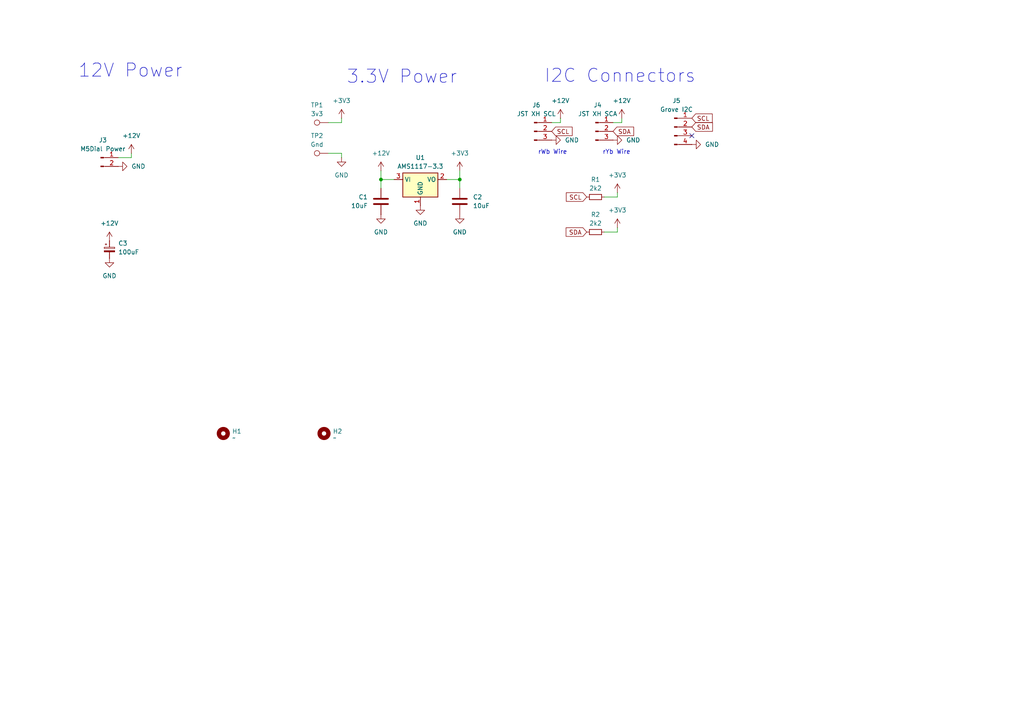
<source format=kicad_sch>
(kicad_sch
	(version 20231120)
	(generator "eeschema")
	(generator_version "8.0")
	(uuid "1ea1995f-8644-42ca-972e-790026be98f5")
	(paper "A4")
	(lib_symbols
		(symbol "Connector:Conn_01x02_Pin"
			(pin_names
				(offset 1.016) hide)
			(exclude_from_sim no)
			(in_bom yes)
			(on_board yes)
			(property "Reference" "J"
				(at 0 2.54 0)
				(effects
					(font
						(size 1.27 1.27)
					)
				)
			)
			(property "Value" "Conn_01x02_Pin"
				(at 0 -5.08 0)
				(effects
					(font
						(size 1.27 1.27)
					)
				)
			)
			(property "Footprint" ""
				(at 0 0 0)
				(effects
					(font
						(size 1.27 1.27)
					)
					(hide yes)
				)
			)
			(property "Datasheet" "~"
				(at 0 0 0)
				(effects
					(font
						(size 1.27 1.27)
					)
					(hide yes)
				)
			)
			(property "Description" "Generic connector, single row, 01x02, script generated"
				(at 0 0 0)
				(effects
					(font
						(size 1.27 1.27)
					)
					(hide yes)
				)
			)
			(property "ki_locked" ""
				(at 0 0 0)
				(effects
					(font
						(size 1.27 1.27)
					)
				)
			)
			(property "ki_keywords" "connector"
				(at 0 0 0)
				(effects
					(font
						(size 1.27 1.27)
					)
					(hide yes)
				)
			)
			(property "ki_fp_filters" "Connector*:*_1x??_*"
				(at 0 0 0)
				(effects
					(font
						(size 1.27 1.27)
					)
					(hide yes)
				)
			)
			(symbol "Conn_01x02_Pin_1_1"
				(polyline
					(pts
						(xy 1.27 -2.54) (xy 0.8636 -2.54)
					)
					(stroke
						(width 0.1524)
						(type default)
					)
					(fill
						(type none)
					)
				)
				(polyline
					(pts
						(xy 1.27 0) (xy 0.8636 0)
					)
					(stroke
						(width 0.1524)
						(type default)
					)
					(fill
						(type none)
					)
				)
				(rectangle
					(start 0.8636 -2.413)
					(end 0 -2.667)
					(stroke
						(width 0.1524)
						(type default)
					)
					(fill
						(type outline)
					)
				)
				(rectangle
					(start 0.8636 0.127)
					(end 0 -0.127)
					(stroke
						(width 0.1524)
						(type default)
					)
					(fill
						(type outline)
					)
				)
				(pin passive line
					(at 5.08 0 180)
					(length 3.81)
					(name "Pin_1"
						(effects
							(font
								(size 1.27 1.27)
							)
						)
					)
					(number "1"
						(effects
							(font
								(size 1.27 1.27)
							)
						)
					)
				)
				(pin passive line
					(at 5.08 -2.54 180)
					(length 3.81)
					(name "Pin_2"
						(effects
							(font
								(size 1.27 1.27)
							)
						)
					)
					(number "2"
						(effects
							(font
								(size 1.27 1.27)
							)
						)
					)
				)
			)
		)
		(symbol "Connector:Conn_01x03_Pin"
			(pin_names
				(offset 1.016) hide)
			(exclude_from_sim no)
			(in_bom yes)
			(on_board yes)
			(property "Reference" "J"
				(at 0 5.08 0)
				(effects
					(font
						(size 1.27 1.27)
					)
				)
			)
			(property "Value" "Conn_01x03_Pin"
				(at 0 -5.08 0)
				(effects
					(font
						(size 1.27 1.27)
					)
				)
			)
			(property "Footprint" ""
				(at 0 0 0)
				(effects
					(font
						(size 1.27 1.27)
					)
					(hide yes)
				)
			)
			(property "Datasheet" "~"
				(at 0 0 0)
				(effects
					(font
						(size 1.27 1.27)
					)
					(hide yes)
				)
			)
			(property "Description" "Generic connector, single row, 01x03, script generated"
				(at 0 0 0)
				(effects
					(font
						(size 1.27 1.27)
					)
					(hide yes)
				)
			)
			(property "ki_locked" ""
				(at 0 0 0)
				(effects
					(font
						(size 1.27 1.27)
					)
				)
			)
			(property "ki_keywords" "connector"
				(at 0 0 0)
				(effects
					(font
						(size 1.27 1.27)
					)
					(hide yes)
				)
			)
			(property "ki_fp_filters" "Connector*:*_1x??_*"
				(at 0 0 0)
				(effects
					(font
						(size 1.27 1.27)
					)
					(hide yes)
				)
			)
			(symbol "Conn_01x03_Pin_1_1"
				(polyline
					(pts
						(xy 1.27 -2.54) (xy 0.8636 -2.54)
					)
					(stroke
						(width 0.1524)
						(type default)
					)
					(fill
						(type none)
					)
				)
				(polyline
					(pts
						(xy 1.27 0) (xy 0.8636 0)
					)
					(stroke
						(width 0.1524)
						(type default)
					)
					(fill
						(type none)
					)
				)
				(polyline
					(pts
						(xy 1.27 2.54) (xy 0.8636 2.54)
					)
					(stroke
						(width 0.1524)
						(type default)
					)
					(fill
						(type none)
					)
				)
				(rectangle
					(start 0.8636 -2.413)
					(end 0 -2.667)
					(stroke
						(width 0.1524)
						(type default)
					)
					(fill
						(type outline)
					)
				)
				(rectangle
					(start 0.8636 0.127)
					(end 0 -0.127)
					(stroke
						(width 0.1524)
						(type default)
					)
					(fill
						(type outline)
					)
				)
				(rectangle
					(start 0.8636 2.667)
					(end 0 2.413)
					(stroke
						(width 0.1524)
						(type default)
					)
					(fill
						(type outline)
					)
				)
				(pin passive line
					(at 5.08 2.54 180)
					(length 3.81)
					(name "Pin_1"
						(effects
							(font
								(size 1.27 1.27)
							)
						)
					)
					(number "1"
						(effects
							(font
								(size 1.27 1.27)
							)
						)
					)
				)
				(pin passive line
					(at 5.08 0 180)
					(length 3.81)
					(name "Pin_2"
						(effects
							(font
								(size 1.27 1.27)
							)
						)
					)
					(number "2"
						(effects
							(font
								(size 1.27 1.27)
							)
						)
					)
				)
				(pin passive line
					(at 5.08 -2.54 180)
					(length 3.81)
					(name "Pin_3"
						(effects
							(font
								(size 1.27 1.27)
							)
						)
					)
					(number "3"
						(effects
							(font
								(size 1.27 1.27)
							)
						)
					)
				)
			)
		)
		(symbol "Connector:Conn_01x04_Pin"
			(pin_names
				(offset 1.016) hide)
			(exclude_from_sim no)
			(in_bom yes)
			(on_board yes)
			(property "Reference" "J"
				(at 0 5.08 0)
				(effects
					(font
						(size 1.27 1.27)
					)
				)
			)
			(property "Value" "Conn_01x04_Pin"
				(at 0 -7.62 0)
				(effects
					(font
						(size 1.27 1.27)
					)
				)
			)
			(property "Footprint" ""
				(at 0 0 0)
				(effects
					(font
						(size 1.27 1.27)
					)
					(hide yes)
				)
			)
			(property "Datasheet" "~"
				(at 0 0 0)
				(effects
					(font
						(size 1.27 1.27)
					)
					(hide yes)
				)
			)
			(property "Description" "Generic connector, single row, 01x04, script generated"
				(at 0 0 0)
				(effects
					(font
						(size 1.27 1.27)
					)
					(hide yes)
				)
			)
			(property "ki_locked" ""
				(at 0 0 0)
				(effects
					(font
						(size 1.27 1.27)
					)
				)
			)
			(property "ki_keywords" "connector"
				(at 0 0 0)
				(effects
					(font
						(size 1.27 1.27)
					)
					(hide yes)
				)
			)
			(property "ki_fp_filters" "Connector*:*_1x??_*"
				(at 0 0 0)
				(effects
					(font
						(size 1.27 1.27)
					)
					(hide yes)
				)
			)
			(symbol "Conn_01x04_Pin_1_1"
				(polyline
					(pts
						(xy 1.27 -5.08) (xy 0.8636 -5.08)
					)
					(stroke
						(width 0.1524)
						(type default)
					)
					(fill
						(type none)
					)
				)
				(polyline
					(pts
						(xy 1.27 -2.54) (xy 0.8636 -2.54)
					)
					(stroke
						(width 0.1524)
						(type default)
					)
					(fill
						(type none)
					)
				)
				(polyline
					(pts
						(xy 1.27 0) (xy 0.8636 0)
					)
					(stroke
						(width 0.1524)
						(type default)
					)
					(fill
						(type none)
					)
				)
				(polyline
					(pts
						(xy 1.27 2.54) (xy 0.8636 2.54)
					)
					(stroke
						(width 0.1524)
						(type default)
					)
					(fill
						(type none)
					)
				)
				(rectangle
					(start 0.8636 -4.953)
					(end 0 -5.207)
					(stroke
						(width 0.1524)
						(type default)
					)
					(fill
						(type outline)
					)
				)
				(rectangle
					(start 0.8636 -2.413)
					(end 0 -2.667)
					(stroke
						(width 0.1524)
						(type default)
					)
					(fill
						(type outline)
					)
				)
				(rectangle
					(start 0.8636 0.127)
					(end 0 -0.127)
					(stroke
						(width 0.1524)
						(type default)
					)
					(fill
						(type outline)
					)
				)
				(rectangle
					(start 0.8636 2.667)
					(end 0 2.413)
					(stroke
						(width 0.1524)
						(type default)
					)
					(fill
						(type outline)
					)
				)
				(pin passive line
					(at 5.08 2.54 180)
					(length 3.81)
					(name "Pin_1"
						(effects
							(font
								(size 1.27 1.27)
							)
						)
					)
					(number "1"
						(effects
							(font
								(size 1.27 1.27)
							)
						)
					)
				)
				(pin passive line
					(at 5.08 0 180)
					(length 3.81)
					(name "Pin_2"
						(effects
							(font
								(size 1.27 1.27)
							)
						)
					)
					(number "2"
						(effects
							(font
								(size 1.27 1.27)
							)
						)
					)
				)
				(pin passive line
					(at 5.08 -2.54 180)
					(length 3.81)
					(name "Pin_3"
						(effects
							(font
								(size 1.27 1.27)
							)
						)
					)
					(number "3"
						(effects
							(font
								(size 1.27 1.27)
							)
						)
					)
				)
				(pin passive line
					(at 5.08 -5.08 180)
					(length 3.81)
					(name "Pin_4"
						(effects
							(font
								(size 1.27 1.27)
							)
						)
					)
					(number "4"
						(effects
							(font
								(size 1.27 1.27)
							)
						)
					)
				)
			)
		)
		(symbol "Connector:TestPoint"
			(pin_numbers hide)
			(pin_names
				(offset 0.762) hide)
			(exclude_from_sim no)
			(in_bom yes)
			(on_board yes)
			(property "Reference" "TP"
				(at 0 6.858 0)
				(effects
					(font
						(size 1.27 1.27)
					)
				)
			)
			(property "Value" "TestPoint"
				(at 0 5.08 0)
				(effects
					(font
						(size 1.27 1.27)
					)
				)
			)
			(property "Footprint" ""
				(at 5.08 0 0)
				(effects
					(font
						(size 1.27 1.27)
					)
					(hide yes)
				)
			)
			(property "Datasheet" "~"
				(at 5.08 0 0)
				(effects
					(font
						(size 1.27 1.27)
					)
					(hide yes)
				)
			)
			(property "Description" "test point"
				(at 0 0 0)
				(effects
					(font
						(size 1.27 1.27)
					)
					(hide yes)
				)
			)
			(property "ki_keywords" "test point tp"
				(at 0 0 0)
				(effects
					(font
						(size 1.27 1.27)
					)
					(hide yes)
				)
			)
			(property "ki_fp_filters" "Pin* Test*"
				(at 0 0 0)
				(effects
					(font
						(size 1.27 1.27)
					)
					(hide yes)
				)
			)
			(symbol "TestPoint_0_1"
				(circle
					(center 0 3.302)
					(radius 0.762)
					(stroke
						(width 0)
						(type default)
					)
					(fill
						(type none)
					)
				)
			)
			(symbol "TestPoint_1_1"
				(pin passive line
					(at 0 0 90)
					(length 2.54)
					(name "1"
						(effects
							(font
								(size 1.27 1.27)
							)
						)
					)
					(number "1"
						(effects
							(font
								(size 1.27 1.27)
							)
						)
					)
				)
			)
		)
		(symbol "Device:C"
			(pin_numbers hide)
			(pin_names
				(offset 0.254)
			)
			(exclude_from_sim no)
			(in_bom yes)
			(on_board yes)
			(property "Reference" "C"
				(at 0.635 2.54 0)
				(effects
					(font
						(size 1.27 1.27)
					)
					(justify left)
				)
			)
			(property "Value" "C"
				(at 0.635 -2.54 0)
				(effects
					(font
						(size 1.27 1.27)
					)
					(justify left)
				)
			)
			(property "Footprint" ""
				(at 0.9652 -3.81 0)
				(effects
					(font
						(size 1.27 1.27)
					)
					(hide yes)
				)
			)
			(property "Datasheet" "~"
				(at 0 0 0)
				(effects
					(font
						(size 1.27 1.27)
					)
					(hide yes)
				)
			)
			(property "Description" "Unpolarized capacitor"
				(at 0 0 0)
				(effects
					(font
						(size 1.27 1.27)
					)
					(hide yes)
				)
			)
			(property "ki_keywords" "cap capacitor"
				(at 0 0 0)
				(effects
					(font
						(size 1.27 1.27)
					)
					(hide yes)
				)
			)
			(property "ki_fp_filters" "C_*"
				(at 0 0 0)
				(effects
					(font
						(size 1.27 1.27)
					)
					(hide yes)
				)
			)
			(symbol "C_0_1"
				(polyline
					(pts
						(xy -2.032 -0.762) (xy 2.032 -0.762)
					)
					(stroke
						(width 0.508)
						(type default)
					)
					(fill
						(type none)
					)
				)
				(polyline
					(pts
						(xy -2.032 0.762) (xy 2.032 0.762)
					)
					(stroke
						(width 0.508)
						(type default)
					)
					(fill
						(type none)
					)
				)
			)
			(symbol "C_1_1"
				(pin passive line
					(at 0 3.81 270)
					(length 2.794)
					(name "~"
						(effects
							(font
								(size 1.27 1.27)
							)
						)
					)
					(number "1"
						(effects
							(font
								(size 1.27 1.27)
							)
						)
					)
				)
				(pin passive line
					(at 0 -3.81 90)
					(length 2.794)
					(name "~"
						(effects
							(font
								(size 1.27 1.27)
							)
						)
					)
					(number "2"
						(effects
							(font
								(size 1.27 1.27)
							)
						)
					)
				)
			)
		)
		(symbol "Device:C_Polarized_Small"
			(pin_numbers hide)
			(pin_names
				(offset 0.254) hide)
			(exclude_from_sim no)
			(in_bom yes)
			(on_board yes)
			(property "Reference" "C"
				(at 0.254 1.778 0)
				(effects
					(font
						(size 1.27 1.27)
					)
					(justify left)
				)
			)
			(property "Value" "C_Polarized_Small"
				(at 0.254 -2.032 0)
				(effects
					(font
						(size 1.27 1.27)
					)
					(justify left)
				)
			)
			(property "Footprint" ""
				(at 0 0 0)
				(effects
					(font
						(size 1.27 1.27)
					)
					(hide yes)
				)
			)
			(property "Datasheet" "~"
				(at 0 0 0)
				(effects
					(font
						(size 1.27 1.27)
					)
					(hide yes)
				)
			)
			(property "Description" "Polarized capacitor, small symbol"
				(at 0 0 0)
				(effects
					(font
						(size 1.27 1.27)
					)
					(hide yes)
				)
			)
			(property "ki_keywords" "cap capacitor"
				(at 0 0 0)
				(effects
					(font
						(size 1.27 1.27)
					)
					(hide yes)
				)
			)
			(property "ki_fp_filters" "CP_*"
				(at 0 0 0)
				(effects
					(font
						(size 1.27 1.27)
					)
					(hide yes)
				)
			)
			(symbol "C_Polarized_Small_0_1"
				(rectangle
					(start -1.524 -0.3048)
					(end 1.524 -0.6858)
					(stroke
						(width 0)
						(type default)
					)
					(fill
						(type outline)
					)
				)
				(rectangle
					(start -1.524 0.6858)
					(end 1.524 0.3048)
					(stroke
						(width 0)
						(type default)
					)
					(fill
						(type none)
					)
				)
				(polyline
					(pts
						(xy -1.27 1.524) (xy -0.762 1.524)
					)
					(stroke
						(width 0)
						(type default)
					)
					(fill
						(type none)
					)
				)
				(polyline
					(pts
						(xy -1.016 1.27) (xy -1.016 1.778)
					)
					(stroke
						(width 0)
						(type default)
					)
					(fill
						(type none)
					)
				)
			)
			(symbol "C_Polarized_Small_1_1"
				(pin passive line
					(at 0 2.54 270)
					(length 1.8542)
					(name "~"
						(effects
							(font
								(size 1.27 1.27)
							)
						)
					)
					(number "1"
						(effects
							(font
								(size 1.27 1.27)
							)
						)
					)
				)
				(pin passive line
					(at 0 -2.54 90)
					(length 1.8542)
					(name "~"
						(effects
							(font
								(size 1.27 1.27)
							)
						)
					)
					(number "2"
						(effects
							(font
								(size 1.27 1.27)
							)
						)
					)
				)
			)
		)
		(symbol "Device:R_Small"
			(pin_numbers hide)
			(pin_names
				(offset 0.254) hide)
			(exclude_from_sim no)
			(in_bom yes)
			(on_board yes)
			(property "Reference" "R"
				(at 0.762 0.508 0)
				(effects
					(font
						(size 1.27 1.27)
					)
					(justify left)
				)
			)
			(property "Value" "R_Small"
				(at 0.762 -1.016 0)
				(effects
					(font
						(size 1.27 1.27)
					)
					(justify left)
				)
			)
			(property "Footprint" ""
				(at 0 0 0)
				(effects
					(font
						(size 1.27 1.27)
					)
					(hide yes)
				)
			)
			(property "Datasheet" "~"
				(at 0 0 0)
				(effects
					(font
						(size 1.27 1.27)
					)
					(hide yes)
				)
			)
			(property "Description" "Resistor, small symbol"
				(at 0 0 0)
				(effects
					(font
						(size 1.27 1.27)
					)
					(hide yes)
				)
			)
			(property "ki_keywords" "R resistor"
				(at 0 0 0)
				(effects
					(font
						(size 1.27 1.27)
					)
					(hide yes)
				)
			)
			(property "ki_fp_filters" "R_*"
				(at 0 0 0)
				(effects
					(font
						(size 1.27 1.27)
					)
					(hide yes)
				)
			)
			(symbol "R_Small_0_1"
				(rectangle
					(start -0.762 1.778)
					(end 0.762 -1.778)
					(stroke
						(width 0.2032)
						(type default)
					)
					(fill
						(type none)
					)
				)
			)
			(symbol "R_Small_1_1"
				(pin passive line
					(at 0 2.54 270)
					(length 0.762)
					(name "~"
						(effects
							(font
								(size 1.27 1.27)
							)
						)
					)
					(number "1"
						(effects
							(font
								(size 1.27 1.27)
							)
						)
					)
				)
				(pin passive line
					(at 0 -2.54 90)
					(length 0.762)
					(name "~"
						(effects
							(font
								(size 1.27 1.27)
							)
						)
					)
					(number "2"
						(effects
							(font
								(size 1.27 1.27)
							)
						)
					)
				)
			)
		)
		(symbol "Mechanical:MountingHole"
			(pin_names
				(offset 1.016)
			)
			(exclude_from_sim yes)
			(in_bom no)
			(on_board yes)
			(property "Reference" "H"
				(at 0 5.08 0)
				(effects
					(font
						(size 1.27 1.27)
					)
				)
			)
			(property "Value" "MountingHole"
				(at 0 3.175 0)
				(effects
					(font
						(size 1.27 1.27)
					)
				)
			)
			(property "Footprint" ""
				(at 0 0 0)
				(effects
					(font
						(size 1.27 1.27)
					)
					(hide yes)
				)
			)
			(property "Datasheet" "~"
				(at 0 0 0)
				(effects
					(font
						(size 1.27 1.27)
					)
					(hide yes)
				)
			)
			(property "Description" "Mounting Hole without connection"
				(at 0 0 0)
				(effects
					(font
						(size 1.27 1.27)
					)
					(hide yes)
				)
			)
			(property "ki_keywords" "mounting hole"
				(at 0 0 0)
				(effects
					(font
						(size 1.27 1.27)
					)
					(hide yes)
				)
			)
			(property "ki_fp_filters" "MountingHole*"
				(at 0 0 0)
				(effects
					(font
						(size 1.27 1.27)
					)
					(hide yes)
				)
			)
			(symbol "MountingHole_0_1"
				(circle
					(center 0 0)
					(radius 1.27)
					(stroke
						(width 1.27)
						(type default)
					)
					(fill
						(type none)
					)
				)
			)
		)
		(symbol "Regulator_Linear:AMS1117-3.3"
			(exclude_from_sim no)
			(in_bom yes)
			(on_board yes)
			(property "Reference" "U"
				(at -3.81 3.175 0)
				(effects
					(font
						(size 1.27 1.27)
					)
				)
			)
			(property "Value" "AMS1117-3.3"
				(at 0 3.175 0)
				(effects
					(font
						(size 1.27 1.27)
					)
					(justify left)
				)
			)
			(property "Footprint" "Package_TO_SOT_SMD:SOT-223-3_TabPin2"
				(at 0 5.08 0)
				(effects
					(font
						(size 1.27 1.27)
					)
					(hide yes)
				)
			)
			(property "Datasheet" "http://www.advanced-monolithic.com/pdf/ds1117.pdf"
				(at 2.54 -6.35 0)
				(effects
					(font
						(size 1.27 1.27)
					)
					(hide yes)
				)
			)
			(property "Description" "1A Low Dropout regulator, positive, 3.3V fixed output, SOT-223"
				(at 0 0 0)
				(effects
					(font
						(size 1.27 1.27)
					)
					(hide yes)
				)
			)
			(property "ki_keywords" "linear regulator ldo fixed positive"
				(at 0 0 0)
				(effects
					(font
						(size 1.27 1.27)
					)
					(hide yes)
				)
			)
			(property "ki_fp_filters" "SOT?223*TabPin2*"
				(at 0 0 0)
				(effects
					(font
						(size 1.27 1.27)
					)
					(hide yes)
				)
			)
			(symbol "AMS1117-3.3_0_1"
				(rectangle
					(start -5.08 -5.08)
					(end 5.08 1.905)
					(stroke
						(width 0.254)
						(type default)
					)
					(fill
						(type background)
					)
				)
			)
			(symbol "AMS1117-3.3_1_1"
				(pin power_in line
					(at 0 -7.62 90)
					(length 2.54)
					(name "GND"
						(effects
							(font
								(size 1.27 1.27)
							)
						)
					)
					(number "1"
						(effects
							(font
								(size 1.27 1.27)
							)
						)
					)
				)
				(pin power_out line
					(at 7.62 0 180)
					(length 2.54)
					(name "VO"
						(effects
							(font
								(size 1.27 1.27)
							)
						)
					)
					(number "2"
						(effects
							(font
								(size 1.27 1.27)
							)
						)
					)
				)
				(pin power_in line
					(at -7.62 0 0)
					(length 2.54)
					(name "VI"
						(effects
							(font
								(size 1.27 1.27)
							)
						)
					)
					(number "3"
						(effects
							(font
								(size 1.27 1.27)
							)
						)
					)
				)
			)
		)
		(symbol "power:+12V"
			(power)
			(pin_numbers hide)
			(pin_names
				(offset 0) hide)
			(exclude_from_sim no)
			(in_bom yes)
			(on_board yes)
			(property "Reference" "#PWR"
				(at 0 -3.81 0)
				(effects
					(font
						(size 1.27 1.27)
					)
					(hide yes)
				)
			)
			(property "Value" "+12V"
				(at 0 3.556 0)
				(effects
					(font
						(size 1.27 1.27)
					)
				)
			)
			(property "Footprint" ""
				(at 0 0 0)
				(effects
					(font
						(size 1.27 1.27)
					)
					(hide yes)
				)
			)
			(property "Datasheet" ""
				(at 0 0 0)
				(effects
					(font
						(size 1.27 1.27)
					)
					(hide yes)
				)
			)
			(property "Description" "Power symbol creates a global label with name \"+12V\""
				(at 0 0 0)
				(effects
					(font
						(size 1.27 1.27)
					)
					(hide yes)
				)
			)
			(property "ki_keywords" "global power"
				(at 0 0 0)
				(effects
					(font
						(size 1.27 1.27)
					)
					(hide yes)
				)
			)
			(symbol "+12V_0_1"
				(polyline
					(pts
						(xy -0.762 1.27) (xy 0 2.54)
					)
					(stroke
						(width 0)
						(type default)
					)
					(fill
						(type none)
					)
				)
				(polyline
					(pts
						(xy 0 0) (xy 0 2.54)
					)
					(stroke
						(width 0)
						(type default)
					)
					(fill
						(type none)
					)
				)
				(polyline
					(pts
						(xy 0 2.54) (xy 0.762 1.27)
					)
					(stroke
						(width 0)
						(type default)
					)
					(fill
						(type none)
					)
				)
			)
			(symbol "+12V_1_1"
				(pin power_in line
					(at 0 0 90)
					(length 0)
					(name "~"
						(effects
							(font
								(size 1.27 1.27)
							)
						)
					)
					(number "1"
						(effects
							(font
								(size 1.27 1.27)
							)
						)
					)
				)
			)
		)
		(symbol "power:+3V3"
			(power)
			(pin_numbers hide)
			(pin_names
				(offset 0) hide)
			(exclude_from_sim no)
			(in_bom yes)
			(on_board yes)
			(property "Reference" "#PWR"
				(at 0 -3.81 0)
				(effects
					(font
						(size 1.27 1.27)
					)
					(hide yes)
				)
			)
			(property "Value" "+3V3"
				(at 0 3.556 0)
				(effects
					(font
						(size 1.27 1.27)
					)
				)
			)
			(property "Footprint" ""
				(at 0 0 0)
				(effects
					(font
						(size 1.27 1.27)
					)
					(hide yes)
				)
			)
			(property "Datasheet" ""
				(at 0 0 0)
				(effects
					(font
						(size 1.27 1.27)
					)
					(hide yes)
				)
			)
			(property "Description" "Power symbol creates a global label with name \"+3V3\""
				(at 0 0 0)
				(effects
					(font
						(size 1.27 1.27)
					)
					(hide yes)
				)
			)
			(property "ki_keywords" "global power"
				(at 0 0 0)
				(effects
					(font
						(size 1.27 1.27)
					)
					(hide yes)
				)
			)
			(symbol "+3V3_0_1"
				(polyline
					(pts
						(xy -0.762 1.27) (xy 0 2.54)
					)
					(stroke
						(width 0)
						(type default)
					)
					(fill
						(type none)
					)
				)
				(polyline
					(pts
						(xy 0 0) (xy 0 2.54)
					)
					(stroke
						(width 0)
						(type default)
					)
					(fill
						(type none)
					)
				)
				(polyline
					(pts
						(xy 0 2.54) (xy 0.762 1.27)
					)
					(stroke
						(width 0)
						(type default)
					)
					(fill
						(type none)
					)
				)
			)
			(symbol "+3V3_1_1"
				(pin power_in line
					(at 0 0 90)
					(length 0)
					(name "~"
						(effects
							(font
								(size 1.27 1.27)
							)
						)
					)
					(number "1"
						(effects
							(font
								(size 1.27 1.27)
							)
						)
					)
				)
			)
		)
		(symbol "power:GND"
			(power)
			(pin_numbers hide)
			(pin_names
				(offset 0) hide)
			(exclude_from_sim no)
			(in_bom yes)
			(on_board yes)
			(property "Reference" "#PWR"
				(at 0 -6.35 0)
				(effects
					(font
						(size 1.27 1.27)
					)
					(hide yes)
				)
			)
			(property "Value" "GND"
				(at 0 -3.81 0)
				(effects
					(font
						(size 1.27 1.27)
					)
				)
			)
			(property "Footprint" ""
				(at 0 0 0)
				(effects
					(font
						(size 1.27 1.27)
					)
					(hide yes)
				)
			)
			(property "Datasheet" ""
				(at 0 0 0)
				(effects
					(font
						(size 1.27 1.27)
					)
					(hide yes)
				)
			)
			(property "Description" "Power symbol creates a global label with name \"GND\" , ground"
				(at 0 0 0)
				(effects
					(font
						(size 1.27 1.27)
					)
					(hide yes)
				)
			)
			(property "ki_keywords" "global power"
				(at 0 0 0)
				(effects
					(font
						(size 1.27 1.27)
					)
					(hide yes)
				)
			)
			(symbol "GND_0_1"
				(polyline
					(pts
						(xy 0 0) (xy 0 -1.27) (xy 1.27 -1.27) (xy 0 -2.54) (xy -1.27 -1.27) (xy 0 -1.27)
					)
					(stroke
						(width 0)
						(type default)
					)
					(fill
						(type none)
					)
				)
			)
			(symbol "GND_1_1"
				(pin power_in line
					(at 0 0 270)
					(length 0)
					(name "~"
						(effects
							(font
								(size 1.27 1.27)
							)
						)
					)
					(number "1"
						(effects
							(font
								(size 1.27 1.27)
							)
						)
					)
				)
			)
		)
	)
	(junction
		(at 110.49 52.07)
		(diameter 0)
		(color 0 0 0 0)
		(uuid "3ec08440-3967-426a-a7a8-078762e2b5ee")
	)
	(junction
		(at 133.35 52.07)
		(diameter 0)
		(color 0 0 0 0)
		(uuid "87e7179a-2f18-46e2-99ed-e26d6bc77a3e")
	)
	(no_connect
		(at 200.66 39.37)
		(uuid "682aaeb0-d0f7-4c58-ab03-796e24f92bf1")
	)
	(wire
		(pts
			(xy 133.35 52.07) (xy 133.35 54.61)
		)
		(stroke
			(width 0)
			(type default)
		)
		(uuid "03950ad1-798d-47f2-a121-32ee7aadcec4")
	)
	(wire
		(pts
			(xy 110.49 52.07) (xy 110.49 49.53)
		)
		(stroke
			(width 0)
			(type default)
		)
		(uuid "0d430236-b9cd-453b-b7eb-75e80511f1c3")
	)
	(wire
		(pts
			(xy 180.34 35.56) (xy 177.8 35.56)
		)
		(stroke
			(width 0)
			(type default)
		)
		(uuid "28fd303d-d076-46e4-85a6-cb64ce2491eb")
	)
	(wire
		(pts
			(xy 34.29 45.72) (xy 38.1 45.72)
		)
		(stroke
			(width 0)
			(type default)
		)
		(uuid "45c29131-ad50-4181-960a-4d161e40e2a6")
	)
	(wire
		(pts
			(xy 133.35 52.07) (xy 129.54 52.07)
		)
		(stroke
			(width 0)
			(type default)
		)
		(uuid "52c93bb8-caaf-4f7f-9148-08b3ca1fb88e")
	)
	(wire
		(pts
			(xy 99.06 34.29) (xy 99.06 35.56)
		)
		(stroke
			(width 0)
			(type default)
		)
		(uuid "5e260238-da5d-48bb-9fb7-0ed3ceff65ae")
	)
	(wire
		(pts
			(xy 38.1 45.72) (xy 38.1 44.45)
		)
		(stroke
			(width 0)
			(type default)
		)
		(uuid "67c84ab7-4cdb-4115-8e2c-17e6efc88ee3")
	)
	(wire
		(pts
			(xy 179.07 57.15) (xy 179.07 55.88)
		)
		(stroke
			(width 0)
			(type default)
		)
		(uuid "6ca54e3f-62dc-4a94-913d-e499a27094c8")
	)
	(wire
		(pts
			(xy 175.26 57.15) (xy 179.07 57.15)
		)
		(stroke
			(width 0)
			(type default)
		)
		(uuid "7493dce8-194e-4c37-9cca-d4d538221dc8")
	)
	(wire
		(pts
			(xy 180.34 34.29) (xy 180.34 35.56)
		)
		(stroke
			(width 0)
			(type default)
		)
		(uuid "7bfdf1dc-6651-4169-99d5-6d1a9d3ce19a")
	)
	(wire
		(pts
			(xy 99.06 44.45) (xy 95.25 44.45)
		)
		(stroke
			(width 0)
			(type default)
		)
		(uuid "91e158f9-afd3-4cec-9ed4-b0e15047a65f")
	)
	(wire
		(pts
			(xy 99.06 45.72) (xy 99.06 44.45)
		)
		(stroke
			(width 0)
			(type default)
		)
		(uuid "9534b436-f957-42ad-98ee-2b987687fc8a")
	)
	(wire
		(pts
			(xy 133.35 49.53) (xy 133.35 52.07)
		)
		(stroke
			(width 0)
			(type default)
		)
		(uuid "ae62b43a-c644-4138-a9c4-3c66d816ffde")
	)
	(wire
		(pts
			(xy 114.3 52.07) (xy 110.49 52.07)
		)
		(stroke
			(width 0)
			(type default)
		)
		(uuid "ca880277-1033-4cbd-a226-e1e2b8b4195e")
	)
	(wire
		(pts
			(xy 99.06 35.56) (xy 95.25 35.56)
		)
		(stroke
			(width 0)
			(type default)
		)
		(uuid "cc4281a7-48fa-4efb-8ea7-fd5e4e97d9c2")
	)
	(wire
		(pts
			(xy 175.26 67.31) (xy 179.07 67.31)
		)
		(stroke
			(width 0)
			(type default)
		)
		(uuid "ddb41eb8-26fd-4e54-a862-8f1727d7a280")
	)
	(wire
		(pts
			(xy 162.56 34.29) (xy 162.56 35.56)
		)
		(stroke
			(width 0)
			(type default)
		)
		(uuid "e03fbafc-5708-4183-af6b-022593139459")
	)
	(wire
		(pts
			(xy 162.56 35.56) (xy 160.02 35.56)
		)
		(stroke
			(width 0)
			(type default)
		)
		(uuid "eae11772-832a-4288-94cd-d98f88fec200")
	)
	(wire
		(pts
			(xy 179.07 67.31) (xy 179.07 66.04)
		)
		(stroke
			(width 0)
			(type default)
		)
		(uuid "f9f3171f-2b63-49d3-9f96-e79f23699ada")
	)
	(wire
		(pts
			(xy 110.49 52.07) (xy 110.49 54.61)
		)
		(stroke
			(width 0)
			(type default)
		)
		(uuid "fc386a4a-5fa9-4cc9-9cfa-2a569033ed16")
	)
	(text "3.3V Power"
		(exclude_from_sim no)
		(at 116.586 22.352 0)
		(effects
			(font
				(size 3.81 3.81)
			)
		)
		(uuid "08db4ac5-d45e-4b7e-bb6a-f3b93b5c8fd6")
	)
	(text "12V Power"
		(exclude_from_sim no)
		(at 37.846 20.574 0)
		(effects
			(font
				(size 3.81 3.81)
			)
		)
		(uuid "0d47c764-7d20-482a-80b4-60718c705849")
	)
	(text "rWb Wire"
		(exclude_from_sim no)
		(at 160.274 44.196 0)
		(effects
			(font
				(size 1.27 1.27)
			)
		)
		(uuid "20e0b81b-2718-4e2a-9dbc-6e660e874c46")
	)
	(text "I2C Connectors"
		(exclude_from_sim no)
		(at 179.832 22.098 0)
		(effects
			(font
				(size 3.81 3.81)
			)
		)
		(uuid "40cec0d3-ec2f-40c1-b920-96351dcac1c8")
	)
	(text "rYb Wire"
		(exclude_from_sim no)
		(at 178.816 44.196 0)
		(effects
			(font
				(size 1.27 1.27)
			)
		)
		(uuid "888b9326-42b9-4ba3-b0df-fdc25009a2e7")
	)
	(global_label "SCL"
		(shape input)
		(at 170.18 57.15 180)
		(fields_autoplaced yes)
		(effects
			(font
				(size 1.27 1.27)
			)
			(justify right)
		)
		(uuid "0908f198-6d7e-430d-beb0-47cc220d4244")
		(property "Intersheetrefs" "${INTERSHEET_REFS}"
			(at 163.6872 57.15 0)
			(effects
				(font
					(size 1.27 1.27)
				)
				(justify right)
				(hide yes)
			)
		)
	)
	(global_label "SDA"
		(shape input)
		(at 200.66 36.83 0)
		(fields_autoplaced yes)
		(effects
			(font
				(size 1.27 1.27)
			)
			(justify left)
		)
		(uuid "1cfd8f73-cae1-457f-93ef-8abb8124812c")
		(property "Intersheetrefs" "${INTERSHEET_REFS}"
			(at 207.2133 36.83 0)
			(effects
				(font
					(size 1.27 1.27)
				)
				(justify left)
				(hide yes)
			)
		)
	)
	(global_label "SDA"
		(shape input)
		(at 177.8 38.1 0)
		(fields_autoplaced yes)
		(effects
			(font
				(size 1.27 1.27)
			)
			(justify left)
		)
		(uuid "249dfe71-4f89-4ad0-ac5b-603e4a71f097")
		(property "Intersheetrefs" "${INTERSHEET_REFS}"
			(at 184.3533 38.1 0)
			(effects
				(font
					(size 1.27 1.27)
				)
				(justify left)
				(hide yes)
			)
		)
	)
	(global_label "SCL"
		(shape input)
		(at 200.66 34.29 0)
		(fields_autoplaced yes)
		(effects
			(font
				(size 1.27 1.27)
			)
			(justify left)
		)
		(uuid "609f2668-8231-43c1-83d8-502ca439036f")
		(property "Intersheetrefs" "${INTERSHEET_REFS}"
			(at 207.1528 34.29 0)
			(effects
				(font
					(size 1.27 1.27)
				)
				(justify left)
				(hide yes)
			)
		)
	)
	(global_label "SDA"
		(shape input)
		(at 170.18 67.31 180)
		(fields_autoplaced yes)
		(effects
			(font
				(size 1.27 1.27)
			)
			(justify right)
		)
		(uuid "7906374a-b8f1-4b99-a32f-720743ca14c2")
		(property "Intersheetrefs" "${INTERSHEET_REFS}"
			(at 163.6267 67.31 0)
			(effects
				(font
					(size 1.27 1.27)
				)
				(justify right)
				(hide yes)
			)
		)
	)
	(global_label "SCL"
		(shape input)
		(at 160.02 38.1 0)
		(fields_autoplaced yes)
		(effects
			(font
				(size 1.27 1.27)
			)
			(justify left)
		)
		(uuid "c861087f-9bc8-467c-a794-a7fbd0a4c323")
		(property "Intersheetrefs" "${INTERSHEET_REFS}"
			(at 166.5128 38.1 0)
			(effects
				(font
					(size 1.27 1.27)
				)
				(justify left)
				(hide yes)
			)
		)
	)
	(symbol
		(lib_id "power:+3V3")
		(at 99.06 34.29 0)
		(unit 1)
		(exclude_from_sim no)
		(in_bom yes)
		(on_board yes)
		(dnp no)
		(fields_autoplaced yes)
		(uuid "11602c1d-e3b0-4a50-9992-cb8c5bd64159")
		(property "Reference" "#PWR016"
			(at 99.06 38.1 0)
			(effects
				(font
					(size 1.27 1.27)
				)
				(hide yes)
			)
		)
		(property "Value" "+3V3"
			(at 99.06 29.21 0)
			(effects
				(font
					(size 1.27 1.27)
				)
			)
		)
		(property "Footprint" ""
			(at 99.06 34.29 0)
			(effects
				(font
					(size 1.27 1.27)
				)
				(hide yes)
			)
		)
		(property "Datasheet" ""
			(at 99.06 34.29 0)
			(effects
				(font
					(size 1.27 1.27)
				)
				(hide yes)
			)
		)
		(property "Description" "Power symbol creates a global label with name \"+3V3\""
			(at 99.06 34.29 0)
			(effects
				(font
					(size 1.27 1.27)
				)
				(hide yes)
			)
		)
		(pin "1"
			(uuid "2290f11c-5d9d-4622-a9fe-099371b01866")
		)
		(instances
			(project ""
				(path "/1ea1995f-8644-42ca-972e-790026be98f5"
					(reference "#PWR016")
					(unit 1)
				)
			)
		)
	)
	(symbol
		(lib_id "power:+3V3")
		(at 133.35 49.53 0)
		(unit 1)
		(exclude_from_sim no)
		(in_bom yes)
		(on_board yes)
		(dnp no)
		(fields_autoplaced yes)
		(uuid "2316797e-107f-4a2c-8bbe-1dd6e17c45ac")
		(property "Reference" "#PWR011"
			(at 133.35 53.34 0)
			(effects
				(font
					(size 1.27 1.27)
				)
				(hide yes)
			)
		)
		(property "Value" "+3V3"
			(at 133.35 44.45 0)
			(effects
				(font
					(size 1.27 1.27)
				)
			)
		)
		(property "Footprint" ""
			(at 133.35 49.53 0)
			(effects
				(font
					(size 1.27 1.27)
				)
				(hide yes)
			)
		)
		(property "Datasheet" ""
			(at 133.35 49.53 0)
			(effects
				(font
					(size 1.27 1.27)
				)
				(hide yes)
			)
		)
		(property "Description" "Power symbol creates a global label with name \"+3V3\""
			(at 133.35 49.53 0)
			(effects
				(font
					(size 1.27 1.27)
				)
				(hide yes)
			)
		)
		(pin "1"
			(uuid "acc9651e-7dd4-4fca-b319-fa2a34d165eb")
		)
		(instances
			(project "M5DialPowerAdapter"
				(path "/1ea1995f-8644-42ca-972e-790026be98f5"
					(reference "#PWR011")
					(unit 1)
				)
			)
		)
	)
	(symbol
		(lib_id "power:GND")
		(at 160.02 40.64 90)
		(unit 1)
		(exclude_from_sim no)
		(in_bom yes)
		(on_board yes)
		(dnp no)
		(fields_autoplaced yes)
		(uuid "2e311f04-d47b-4c02-8327-bf5ab378eda4")
		(property "Reference" "#PWR020"
			(at 166.37 40.64 0)
			(effects
				(font
					(size 1.27 1.27)
				)
				(hide yes)
			)
		)
		(property "Value" "GND"
			(at 163.83 40.6399 90)
			(effects
				(font
					(size 1.27 1.27)
				)
				(justify right)
			)
		)
		(property "Footprint" ""
			(at 160.02 40.64 0)
			(effects
				(font
					(size 1.27 1.27)
				)
				(hide yes)
			)
		)
		(property "Datasheet" ""
			(at 160.02 40.64 0)
			(effects
				(font
					(size 1.27 1.27)
				)
				(hide yes)
			)
		)
		(property "Description" "Power symbol creates a global label with name \"GND\" , ground"
			(at 160.02 40.64 0)
			(effects
				(font
					(size 1.27 1.27)
				)
				(hide yes)
			)
		)
		(pin "1"
			(uuid "a128e64c-61b6-4cb4-8429-cb3df7043797")
		)
		(instances
			(project "M5DialPowerAdapter"
				(path "/1ea1995f-8644-42ca-972e-790026be98f5"
					(reference "#PWR020")
					(unit 1)
				)
			)
		)
	)
	(symbol
		(lib_id "Connector:Conn_01x03_Pin")
		(at 172.72 38.1 0)
		(unit 1)
		(exclude_from_sim no)
		(in_bom yes)
		(on_board yes)
		(dnp no)
		(fields_autoplaced yes)
		(uuid "32350198-b545-4d72-9625-b96849a1c1e9")
		(property "Reference" "J4"
			(at 173.355 30.48 0)
			(effects
				(font
					(size 1.27 1.27)
				)
			)
		)
		(property "Value" "JST XH SCA"
			(at 173.355 33.02 0)
			(effects
				(font
					(size 1.27 1.27)
				)
			)
		)
		(property "Footprint" "Connector_JST:JST_XH_B3B-XH-A_1x03_P2.50mm_Vertical"
			(at 172.72 38.1 0)
			(effects
				(font
					(size 1.27 1.27)
				)
				(hide yes)
			)
		)
		(property "Datasheet" "~"
			(at 172.72 38.1 0)
			(effects
				(font
					(size 1.27 1.27)
				)
				(hide yes)
			)
		)
		(property "Description" "Generic connector, single row, 01x03, script generated"
			(at 172.72 38.1 0)
			(effects
				(font
					(size 1.27 1.27)
				)
				(hide yes)
			)
		)
		(pin "1"
			(uuid "46400877-2d63-4805-b723-5376e4503378")
		)
		(pin "2"
			(uuid "17e3663c-da5a-41fb-ba45-9a9284b5c92b")
		)
		(pin "3"
			(uuid "c6089339-3d32-43b9-b632-af2457d15b76")
		)
		(instances
			(project ""
				(path "/1ea1995f-8644-42ca-972e-790026be98f5"
					(reference "J4")
					(unit 1)
				)
			)
		)
	)
	(symbol
		(lib_id "power:GND")
		(at 177.8 40.64 90)
		(unit 1)
		(exclude_from_sim no)
		(in_bom yes)
		(on_board yes)
		(dnp no)
		(fields_autoplaced yes)
		(uuid "43284ba3-4999-478b-9333-f3101fdc8c62")
		(property "Reference" "#PWR018"
			(at 184.15 40.64 0)
			(effects
				(font
					(size 1.27 1.27)
				)
				(hide yes)
			)
		)
		(property "Value" "GND"
			(at 181.61 40.6399 90)
			(effects
				(font
					(size 1.27 1.27)
				)
				(justify right)
			)
		)
		(property "Footprint" ""
			(at 177.8 40.64 0)
			(effects
				(font
					(size 1.27 1.27)
				)
				(hide yes)
			)
		)
		(property "Datasheet" ""
			(at 177.8 40.64 0)
			(effects
				(font
					(size 1.27 1.27)
				)
				(hide yes)
			)
		)
		(property "Description" "Power symbol creates a global label with name \"GND\" , ground"
			(at 177.8 40.64 0)
			(effects
				(font
					(size 1.27 1.27)
				)
				(hide yes)
			)
		)
		(pin "1"
			(uuid "35504336-c4c1-4328-ae96-c83cc827d347")
		)
		(instances
			(project "M5DialPowerAdapter"
				(path "/1ea1995f-8644-42ca-972e-790026be98f5"
					(reference "#PWR018")
					(unit 1)
				)
			)
		)
	)
	(symbol
		(lib_id "power:GND")
		(at 200.66 41.91 90)
		(unit 1)
		(exclude_from_sim no)
		(in_bom yes)
		(on_board yes)
		(dnp no)
		(fields_autoplaced yes)
		(uuid "4c77cb99-2715-4fa2-9a40-afadd43224c4")
		(property "Reference" "#PWR019"
			(at 207.01 41.91 0)
			(effects
				(font
					(size 1.27 1.27)
				)
				(hide yes)
			)
		)
		(property "Value" "GND"
			(at 204.47 41.9099 90)
			(effects
				(font
					(size 1.27 1.27)
				)
				(justify right)
			)
		)
		(property "Footprint" ""
			(at 200.66 41.91 0)
			(effects
				(font
					(size 1.27 1.27)
				)
				(hide yes)
			)
		)
		(property "Datasheet" ""
			(at 200.66 41.91 0)
			(effects
				(font
					(size 1.27 1.27)
				)
				(hide yes)
			)
		)
		(property "Description" "Power symbol creates a global label with name \"GND\" , ground"
			(at 200.66 41.91 0)
			(effects
				(font
					(size 1.27 1.27)
				)
				(hide yes)
			)
		)
		(pin "1"
			(uuid "f786329a-23d9-41d7-8632-184439f99e2a")
		)
		(instances
			(project "M5DialPowerAdapter"
				(path "/1ea1995f-8644-42ca-972e-790026be98f5"
					(reference "#PWR019")
					(unit 1)
				)
			)
		)
	)
	(symbol
		(lib_id "power:+12V")
		(at 162.56 34.29 0)
		(unit 1)
		(exclude_from_sim no)
		(in_bom yes)
		(on_board yes)
		(dnp no)
		(fields_autoplaced yes)
		(uuid "532f07b4-78f5-4311-bfb7-e5e72d303363")
		(property "Reference" "#PWR021"
			(at 162.56 38.1 0)
			(effects
				(font
					(size 1.27 1.27)
				)
				(hide yes)
			)
		)
		(property "Value" "+12V"
			(at 162.56 29.21 0)
			(effects
				(font
					(size 1.27 1.27)
				)
			)
		)
		(property "Footprint" ""
			(at 162.56 34.29 0)
			(effects
				(font
					(size 1.27 1.27)
				)
				(hide yes)
			)
		)
		(property "Datasheet" ""
			(at 162.56 34.29 0)
			(effects
				(font
					(size 1.27 1.27)
				)
				(hide yes)
			)
		)
		(property "Description" "Power symbol creates a global label with name \"+12V\""
			(at 162.56 34.29 0)
			(effects
				(font
					(size 1.27 1.27)
				)
				(hide yes)
			)
		)
		(pin "1"
			(uuid "214e765e-8aad-4178-9bda-e248772ba09b")
		)
		(instances
			(project "M5DialPowerAdapter"
				(path "/1ea1995f-8644-42ca-972e-790026be98f5"
					(reference "#PWR021")
					(unit 1)
				)
			)
		)
	)
	(symbol
		(lib_id "power:+3V3")
		(at 179.07 55.88 0)
		(unit 1)
		(exclude_from_sim no)
		(in_bom yes)
		(on_board yes)
		(dnp no)
		(fields_autoplaced yes)
		(uuid "535dc5a8-0cd3-4ee1-a3bc-7ac4d5c4f37d")
		(property "Reference" "#PWR013"
			(at 179.07 59.69 0)
			(effects
				(font
					(size 1.27 1.27)
				)
				(hide yes)
			)
		)
		(property "Value" "+3V3"
			(at 179.07 50.8 0)
			(effects
				(font
					(size 1.27 1.27)
				)
			)
		)
		(property "Footprint" ""
			(at 179.07 55.88 0)
			(effects
				(font
					(size 1.27 1.27)
				)
				(hide yes)
			)
		)
		(property "Datasheet" ""
			(at 179.07 55.88 0)
			(effects
				(font
					(size 1.27 1.27)
				)
				(hide yes)
			)
		)
		(property "Description" "Power symbol creates a global label with name \"+3V3\""
			(at 179.07 55.88 0)
			(effects
				(font
					(size 1.27 1.27)
				)
				(hide yes)
			)
		)
		(pin "1"
			(uuid "77d4d4af-b710-4250-afe1-6f0117d92d6e")
		)
		(instances
			(project "M5DialPowerAdapter"
				(path "/1ea1995f-8644-42ca-972e-790026be98f5"
					(reference "#PWR013")
					(unit 1)
				)
			)
		)
	)
	(symbol
		(lib_id "Device:R_Small")
		(at 172.72 67.31 90)
		(unit 1)
		(exclude_from_sim no)
		(in_bom yes)
		(on_board yes)
		(dnp no)
		(fields_autoplaced yes)
		(uuid "55bb2a97-5931-42ec-b1fd-00426b1ff336")
		(property "Reference" "R2"
			(at 172.72 62.23 90)
			(effects
				(font
					(size 1.27 1.27)
				)
			)
		)
		(property "Value" "2k2"
			(at 172.72 64.77 90)
			(effects
				(font
					(size 1.27 1.27)
				)
			)
		)
		(property "Footprint" "Resistor_SMD:R_0603_1608Metric"
			(at 172.72 67.31 0)
			(effects
				(font
					(size 1.27 1.27)
				)
				(hide yes)
			)
		)
		(property "Datasheet" "~"
			(at 172.72 67.31 0)
			(effects
				(font
					(size 1.27 1.27)
				)
				(hide yes)
			)
		)
		(property "Description" "Resistor, small symbol"
			(at 172.72 67.31 0)
			(effects
				(font
					(size 1.27 1.27)
				)
				(hide yes)
			)
		)
		(property "MPN" "C4190"
			(at 172.72 67.31 90)
			(effects
				(font
					(size 1.27 1.27)
				)
				(hide yes)
			)
		)
		(pin "2"
			(uuid "65ac60e2-38b4-4984-aeb3-cdbb9c815860")
		)
		(pin "1"
			(uuid "7237d5d1-13c3-4b29-a0d5-62e5b5dbff36")
		)
		(instances
			(project "M5DialPowerAdapter"
				(path "/1ea1995f-8644-42ca-972e-790026be98f5"
					(reference "R2")
					(unit 1)
				)
			)
		)
	)
	(symbol
		(lib_id "Regulator_Linear:AMS1117-3.3")
		(at 121.92 52.07 0)
		(unit 1)
		(exclude_from_sim no)
		(in_bom yes)
		(on_board yes)
		(dnp no)
		(fields_autoplaced yes)
		(uuid "666d7fdc-0db2-4ebc-9442-2c36ea1cb71e")
		(property "Reference" "U1"
			(at 121.92 45.72 0)
			(effects
				(font
					(size 1.27 1.27)
				)
			)
		)
		(property "Value" "AMS1117-3.3"
			(at 121.92 48.26 0)
			(effects
				(font
					(size 1.27 1.27)
				)
			)
		)
		(property "Footprint" "Package_TO_SOT_SMD:SOT-223-3_TabPin2"
			(at 121.92 46.99 0)
			(effects
				(font
					(size 1.27 1.27)
				)
				(hide yes)
			)
		)
		(property "Datasheet" "http://www.advanced-monolithic.com/pdf/ds1117.pdf"
			(at 124.46 58.42 0)
			(effects
				(font
					(size 1.27 1.27)
				)
				(hide yes)
			)
		)
		(property "Description" "1A Low Dropout regulator, positive, 3.3V fixed output, SOT-223"
			(at 121.92 52.07 0)
			(effects
				(font
					(size 1.27 1.27)
				)
				(hide yes)
			)
		)
		(property "MPN" "C5120765"
			(at 121.92 52.07 0)
			(effects
				(font
					(size 1.27 1.27)
				)
				(hide yes)
			)
		)
		(pin "1"
			(uuid "3529cc6e-f089-4fc2-b215-9f56a67471b6")
		)
		(pin "2"
			(uuid "9e79e5ec-92d3-4adf-8d3c-d92b93d7df1a")
		)
		(pin "3"
			(uuid "43539dc9-72a9-4497-be11-86bde8ce4e41")
		)
		(instances
			(project ""
				(path "/1ea1995f-8644-42ca-972e-790026be98f5"
					(reference "U1")
					(unit 1)
				)
			)
		)
	)
	(symbol
		(lib_id "Connector:Conn_01x02_Pin")
		(at 29.21 45.72 0)
		(unit 1)
		(exclude_from_sim no)
		(in_bom yes)
		(on_board yes)
		(dnp no)
		(fields_autoplaced yes)
		(uuid "6b134f03-bdeb-4ee3-bc47-af6f86e4b3e9")
		(property "Reference" "J3"
			(at 29.845 40.64 0)
			(effects
				(font
					(size 1.27 1.27)
				)
			)
		)
		(property "Value" "M5Dial Power"
			(at 29.845 43.18 0)
			(effects
				(font
					(size 1.27 1.27)
				)
			)
		)
		(property "Footprint" "Connector_JST:JST_XH_B2B-XH-A_1x02_P2.50mm_Vertical"
			(at 29.21 45.72 0)
			(effects
				(font
					(size 1.27 1.27)
				)
				(hide yes)
			)
		)
		(property "Datasheet" "~"
			(at 29.21 45.72 0)
			(effects
				(font
					(size 1.27 1.27)
				)
				(hide yes)
			)
		)
		(property "Description" "Generic connector, single row, 01x02, script generated"
			(at 29.21 45.72 0)
			(effects
				(font
					(size 1.27 1.27)
				)
				(hide yes)
			)
		)
		(pin "2"
			(uuid "cffc6d08-a915-4879-80a1-b03dfdb48c70")
		)
		(pin "1"
			(uuid "fd6fde2c-9e9d-482f-a7f8-55c10f1253a9")
		)
		(instances
			(project ""
				(path "/1ea1995f-8644-42ca-972e-790026be98f5"
					(reference "J3")
					(unit 1)
				)
			)
		)
	)
	(symbol
		(lib_id "power:+3V3")
		(at 179.07 66.04 0)
		(unit 1)
		(exclude_from_sim no)
		(in_bom yes)
		(on_board yes)
		(dnp no)
		(fields_autoplaced yes)
		(uuid "6f8d1df4-7522-4d32-a737-53ccd77054e6")
		(property "Reference" "#PWR017"
			(at 179.07 69.85 0)
			(effects
				(font
					(size 1.27 1.27)
				)
				(hide yes)
			)
		)
		(property "Value" "+3V3"
			(at 179.07 60.96 0)
			(effects
				(font
					(size 1.27 1.27)
				)
			)
		)
		(property "Footprint" ""
			(at 179.07 66.04 0)
			(effects
				(font
					(size 1.27 1.27)
				)
				(hide yes)
			)
		)
		(property "Datasheet" ""
			(at 179.07 66.04 0)
			(effects
				(font
					(size 1.27 1.27)
				)
				(hide yes)
			)
		)
		(property "Description" "Power symbol creates a global label with name \"+3V3\""
			(at 179.07 66.04 0)
			(effects
				(font
					(size 1.27 1.27)
				)
				(hide yes)
			)
		)
		(pin "1"
			(uuid "dc23ddca-5e81-47bc-8ec5-8de27c65237e")
		)
		(instances
			(project "M5DialPowerAdapter"
				(path "/1ea1995f-8644-42ca-972e-790026be98f5"
					(reference "#PWR017")
					(unit 1)
				)
			)
		)
	)
	(symbol
		(lib_id "Device:C")
		(at 110.49 58.42 0)
		(mirror y)
		(unit 1)
		(exclude_from_sim no)
		(in_bom yes)
		(on_board yes)
		(dnp no)
		(uuid "740aabd2-1f0f-4edd-86d9-0bdc5ec333b6")
		(property "Reference" "C1"
			(at 106.68 57.1499 0)
			(effects
				(font
					(size 1.27 1.27)
				)
				(justify left)
			)
		)
		(property "Value" "10uF"
			(at 106.68 59.6899 0)
			(effects
				(font
					(size 1.27 1.27)
				)
				(justify left)
			)
		)
		(property "Footprint" "Capacitor_SMD:C_0603_1608Metric"
			(at 109.5248 62.23 0)
			(effects
				(font
					(size 1.27 1.27)
				)
				(hide yes)
			)
		)
		(property "Datasheet" "~"
			(at 110.49 58.42 0)
			(effects
				(font
					(size 1.27 1.27)
				)
				(hide yes)
			)
		)
		(property "Description" "Unpolarized capacitor"
			(at 110.49 58.42 0)
			(effects
				(font
					(size 1.27 1.27)
				)
				(hide yes)
			)
		)
		(property "MPN" "C96446"
			(at 110.49 58.42 0)
			(effects
				(font
					(size 1.27 1.27)
				)
				(hide yes)
			)
		)
		(pin "1"
			(uuid "a428cc4a-aae1-4c51-8319-572fac251290")
		)
		(pin "2"
			(uuid "f7522c57-27c9-47bc-a219-aa2ffd6ee5f3")
		)
		(instances
			(project ""
				(path "/1ea1995f-8644-42ca-972e-790026be98f5"
					(reference "C1")
					(unit 1)
				)
			)
		)
	)
	(symbol
		(lib_id "Mechanical:MountingHole")
		(at 64.77 125.73 0)
		(unit 1)
		(exclude_from_sim yes)
		(in_bom no)
		(on_board yes)
		(dnp no)
		(fields_autoplaced yes)
		(uuid "8c709be3-2712-4c62-829c-8bfad053c4b1")
		(property "Reference" "H1"
			(at 67.31 125.0949 0)
			(effects
				(font
					(size 1.27 1.27)
				)
				(justify left)
			)
		)
		(property "Value" "~"
			(at 67.31 127 0)
			(effects
				(font
					(size 1.27 1.27)
				)
				(justify left)
			)
		)
		(property "Footprint" "MountingHole:MountingHole_3.2mm_M3"
			(at 64.77 125.73 0)
			(effects
				(font
					(size 1.27 1.27)
				)
				(hide yes)
			)
		)
		(property "Datasheet" "~"
			(at 64.77 125.73 0)
			(effects
				(font
					(size 1.27 1.27)
				)
				(hide yes)
			)
		)
		(property "Description" "Mounting Hole without connection"
			(at 64.77 125.73 0)
			(effects
				(font
					(size 1.27 1.27)
				)
				(hide yes)
			)
		)
		(instances
			(project ""
				(path "/1ea1995f-8644-42ca-972e-790026be98f5"
					(reference "H1")
					(unit 1)
				)
			)
		)
	)
	(symbol
		(lib_id "Connector:TestPoint")
		(at 95.25 44.45 90)
		(unit 1)
		(exclude_from_sim no)
		(in_bom yes)
		(on_board yes)
		(dnp no)
		(fields_autoplaced yes)
		(uuid "8ef46294-f514-47ae-96d3-e1ac0b1f5881")
		(property "Reference" "TP2"
			(at 91.948 39.37 90)
			(effects
				(font
					(size 1.27 1.27)
				)
			)
		)
		(property "Value" "Gnd"
			(at 91.948 41.91 90)
			(effects
				(font
					(size 1.27 1.27)
				)
			)
		)
		(property "Footprint" "TestPoint:TestPoint_Pad_1.5x1.5mm"
			(at 95.25 39.37 0)
			(effects
				(font
					(size 1.27 1.27)
				)
				(hide yes)
			)
		)
		(property "Datasheet" "~"
			(at 95.25 39.37 0)
			(effects
				(font
					(size 1.27 1.27)
				)
				(hide yes)
			)
		)
		(property "Description" "test point"
			(at 95.25 44.45 0)
			(effects
				(font
					(size 1.27 1.27)
				)
				(hide yes)
			)
		)
		(pin "1"
			(uuid "c6628aa2-8f61-40e3-acb1-3c39cd3605ae")
		)
		(instances
			(project "M5DialPowerAdapter"
				(path "/1ea1995f-8644-42ca-972e-790026be98f5"
					(reference "TP2")
					(unit 1)
				)
			)
		)
	)
	(symbol
		(lib_id "Device:C")
		(at 133.35 58.42 0)
		(unit 1)
		(exclude_from_sim no)
		(in_bom yes)
		(on_board yes)
		(dnp no)
		(fields_autoplaced yes)
		(uuid "910c73a1-d6b3-454a-a476-be4754f9754a")
		(property "Reference" "C2"
			(at 137.16 57.1499 0)
			(effects
				(font
					(size 1.27 1.27)
				)
				(justify left)
			)
		)
		(property "Value" "10uF"
			(at 137.16 59.6899 0)
			(effects
				(font
					(size 1.27 1.27)
				)
				(justify left)
			)
		)
		(property "Footprint" "Capacitor_SMD:C_0603_1608Metric"
			(at 134.3152 62.23 0)
			(effects
				(font
					(size 1.27 1.27)
				)
				(hide yes)
			)
		)
		(property "Datasheet" "~"
			(at 133.35 58.42 0)
			(effects
				(font
					(size 1.27 1.27)
				)
				(hide yes)
			)
		)
		(property "Description" "Unpolarized capacitor"
			(at 133.35 58.42 0)
			(effects
				(font
					(size 1.27 1.27)
				)
				(hide yes)
			)
		)
		(property "MPN" "C96446"
			(at 133.35 58.42 0)
			(effects
				(font
					(size 1.27 1.27)
				)
				(hide yes)
			)
		)
		(pin "2"
			(uuid "1f560e47-b1df-4efb-a456-f2a93b19b2bb")
		)
		(pin "1"
			(uuid "add03a57-7b00-4202-b8a9-58370c9549e1")
		)
		(instances
			(project ""
				(path "/1ea1995f-8644-42ca-972e-790026be98f5"
					(reference "C2")
					(unit 1)
				)
			)
		)
	)
	(symbol
		(lib_id "power:+12V")
		(at 38.1 44.45 0)
		(unit 1)
		(exclude_from_sim no)
		(in_bom yes)
		(on_board yes)
		(dnp no)
		(fields_autoplaced yes)
		(uuid "93ef19c2-2830-4825-bf12-78143bacac52")
		(property "Reference" "#PWR03"
			(at 38.1 48.26 0)
			(effects
				(font
					(size 1.27 1.27)
				)
				(hide yes)
			)
		)
		(property "Value" "+12V"
			(at 38.1 39.37 0)
			(effects
				(font
					(size 1.27 1.27)
				)
			)
		)
		(property "Footprint" ""
			(at 38.1 44.45 0)
			(effects
				(font
					(size 1.27 1.27)
				)
				(hide yes)
			)
		)
		(property "Datasheet" ""
			(at 38.1 44.45 0)
			(effects
				(font
					(size 1.27 1.27)
				)
				(hide yes)
			)
		)
		(property "Description" "Power symbol creates a global label with name \"+12V\""
			(at 38.1 44.45 0)
			(effects
				(font
					(size 1.27 1.27)
				)
				(hide yes)
			)
		)
		(pin "1"
			(uuid "b042b600-f2c4-4d12-a3f5-3e42dead454e")
		)
		(instances
			(project ""
				(path "/1ea1995f-8644-42ca-972e-790026be98f5"
					(reference "#PWR03")
					(unit 1)
				)
			)
		)
	)
	(symbol
		(lib_id "Device:C_Polarized_Small")
		(at 31.75 72.39 0)
		(unit 1)
		(exclude_from_sim no)
		(in_bom yes)
		(on_board yes)
		(dnp no)
		(fields_autoplaced yes)
		(uuid "9414bfd3-6f99-4959-a15b-6fbd961678e4")
		(property "Reference" "C3"
			(at 34.29 70.5738 0)
			(effects
				(font
					(size 1.27 1.27)
				)
				(justify left)
			)
		)
		(property "Value" "100uF"
			(at 34.29 73.1138 0)
			(effects
				(font
					(size 1.27 1.27)
				)
				(justify left)
			)
		)
		(property "Footprint" "Capacitor_SMD:CP_Elec_6.3x7.7"
			(at 31.75 72.39 0)
			(effects
				(font
					(size 1.27 1.27)
				)
				(hide yes)
			)
		)
		(property "Datasheet" "~"
			(at 31.75 72.39 0)
			(effects
				(font
					(size 1.27 1.27)
				)
				(hide yes)
			)
		)
		(property "Description" "Polarized capacitor, small symbol"
			(at 31.75 72.39 0)
			(effects
				(font
					(size 1.27 1.27)
				)
				(hide yes)
			)
		)
		(property "MPN" "C179802"
			(at 31.75 72.39 0)
			(effects
				(font
					(size 1.27 1.27)
				)
				(hide yes)
			)
		)
		(pin "1"
			(uuid "ce6c7280-ea24-4696-accb-b14a802927b2")
		)
		(pin "2"
			(uuid "41cc5c47-a5e7-44d6-9398-b1279e142a45")
		)
		(instances
			(project ""
				(path "/1ea1995f-8644-42ca-972e-790026be98f5"
					(reference "C3")
					(unit 1)
				)
			)
		)
	)
	(symbol
		(lib_id "Connector:Conn_01x03_Pin")
		(at 154.94 38.1 0)
		(unit 1)
		(exclude_from_sim no)
		(in_bom yes)
		(on_board yes)
		(dnp no)
		(fields_autoplaced yes)
		(uuid "b4f606ae-37f2-4194-9289-f3e177f2e7fe")
		(property "Reference" "J6"
			(at 155.575 30.48 0)
			(effects
				(font
					(size 1.27 1.27)
				)
			)
		)
		(property "Value" "JST XH SCL"
			(at 155.575 33.02 0)
			(effects
				(font
					(size 1.27 1.27)
				)
			)
		)
		(property "Footprint" "Connector_JST:JST_XH_B3B-XH-A_1x03_P2.50mm_Vertical"
			(at 154.94 38.1 0)
			(effects
				(font
					(size 1.27 1.27)
				)
				(hide yes)
			)
		)
		(property "Datasheet" "~"
			(at 154.94 38.1 0)
			(effects
				(font
					(size 1.27 1.27)
				)
				(hide yes)
			)
		)
		(property "Description" "Generic connector, single row, 01x03, script generated"
			(at 154.94 38.1 0)
			(effects
				(font
					(size 1.27 1.27)
				)
				(hide yes)
			)
		)
		(pin "1"
			(uuid "b44f8c94-c8a6-46f8-b5ea-a8e671e62899")
		)
		(pin "2"
			(uuid "dbbbf034-edfa-453e-9ea4-033703a3c4f9")
		)
		(pin "3"
			(uuid "e9d59922-9b53-4357-9215-561e173b76e3")
		)
		(instances
			(project "M5DialPowerAdapter"
				(path "/1ea1995f-8644-42ca-972e-790026be98f5"
					(reference "J6")
					(unit 1)
				)
			)
		)
	)
	(symbol
		(lib_id "power:GND")
		(at 133.35 62.23 0)
		(unit 1)
		(exclude_from_sim no)
		(in_bom yes)
		(on_board yes)
		(dnp no)
		(fields_autoplaced yes)
		(uuid "bec65726-3259-480c-b59f-45e57be5d3ac")
		(property "Reference" "#PWR015"
			(at 133.35 68.58 0)
			(effects
				(font
					(size 1.27 1.27)
				)
				(hide yes)
			)
		)
		(property "Value" "GND"
			(at 133.35 67.31 0)
			(effects
				(font
					(size 1.27 1.27)
				)
			)
		)
		(property "Footprint" ""
			(at 133.35 62.23 0)
			(effects
				(font
					(size 1.27 1.27)
				)
				(hide yes)
			)
		)
		(property "Datasheet" ""
			(at 133.35 62.23 0)
			(effects
				(font
					(size 1.27 1.27)
				)
				(hide yes)
			)
		)
		(property "Description" "Power symbol creates a global label with name \"GND\" , ground"
			(at 133.35 62.23 0)
			(effects
				(font
					(size 1.27 1.27)
				)
				(hide yes)
			)
		)
		(pin "1"
			(uuid "075541ad-82cf-4a6b-a315-2a7d60ddcd76")
		)
		(instances
			(project "M5DialPowerAdapter"
				(path "/1ea1995f-8644-42ca-972e-790026be98f5"
					(reference "#PWR015")
					(unit 1)
				)
			)
		)
	)
	(symbol
		(lib_id "power:GND")
		(at 110.49 62.23 0)
		(unit 1)
		(exclude_from_sim no)
		(in_bom yes)
		(on_board yes)
		(dnp no)
		(fields_autoplaced yes)
		(uuid "bf975e6f-e38e-4ac3-8ec6-0420496edde2")
		(property "Reference" "#PWR014"
			(at 110.49 68.58 0)
			(effects
				(font
					(size 1.27 1.27)
				)
				(hide yes)
			)
		)
		(property "Value" "GND"
			(at 110.49 67.31 0)
			(effects
				(font
					(size 1.27 1.27)
				)
			)
		)
		(property "Footprint" ""
			(at 110.49 62.23 0)
			(effects
				(font
					(size 1.27 1.27)
				)
				(hide yes)
			)
		)
		(property "Datasheet" ""
			(at 110.49 62.23 0)
			(effects
				(font
					(size 1.27 1.27)
				)
				(hide yes)
			)
		)
		(property "Description" "Power symbol creates a global label with name \"GND\" , ground"
			(at 110.49 62.23 0)
			(effects
				(font
					(size 1.27 1.27)
				)
				(hide yes)
			)
		)
		(pin "1"
			(uuid "35a923cf-0e8b-4ea9-93aa-532e90a1df77")
		)
		(instances
			(project "M5DialPowerAdapter"
				(path "/1ea1995f-8644-42ca-972e-790026be98f5"
					(reference "#PWR014")
					(unit 1)
				)
			)
		)
	)
	(symbol
		(lib_id "power:GND")
		(at 34.29 48.26 90)
		(unit 1)
		(exclude_from_sim no)
		(in_bom yes)
		(on_board yes)
		(dnp no)
		(fields_autoplaced yes)
		(uuid "cf54c7f9-18cf-4212-86e3-89f9851bfe5f")
		(property "Reference" "#PWR04"
			(at 40.64 48.26 0)
			(effects
				(font
					(size 1.27 1.27)
				)
				(hide yes)
			)
		)
		(property "Value" "GND"
			(at 38.1 48.2599 90)
			(effects
				(font
					(size 1.27 1.27)
				)
				(justify right)
			)
		)
		(property "Footprint" ""
			(at 34.29 48.26 0)
			(effects
				(font
					(size 1.27 1.27)
				)
				(hide yes)
			)
		)
		(property "Datasheet" ""
			(at 34.29 48.26 0)
			(effects
				(font
					(size 1.27 1.27)
				)
				(hide yes)
			)
		)
		(property "Description" "Power symbol creates a global label with name \"GND\" , ground"
			(at 34.29 48.26 0)
			(effects
				(font
					(size 1.27 1.27)
				)
				(hide yes)
			)
		)
		(pin "1"
			(uuid "a71939c0-466a-432d-ab20-0490648857ba")
		)
		(instances
			(project ""
				(path "/1ea1995f-8644-42ca-972e-790026be98f5"
					(reference "#PWR04")
					(unit 1)
				)
			)
		)
	)
	(symbol
		(lib_id "power:+12V")
		(at 31.75 69.85 0)
		(unit 1)
		(exclude_from_sim no)
		(in_bom yes)
		(on_board yes)
		(dnp no)
		(fields_autoplaced yes)
		(uuid "d2ca7304-d4c6-4b5e-8248-2db331415c78")
		(property "Reference" "#PWR08"
			(at 31.75 73.66 0)
			(effects
				(font
					(size 1.27 1.27)
				)
				(hide yes)
			)
		)
		(property "Value" "+12V"
			(at 31.75 64.77 0)
			(effects
				(font
					(size 1.27 1.27)
				)
			)
		)
		(property "Footprint" ""
			(at 31.75 69.85 0)
			(effects
				(font
					(size 1.27 1.27)
				)
				(hide yes)
			)
		)
		(property "Datasheet" ""
			(at 31.75 69.85 0)
			(effects
				(font
					(size 1.27 1.27)
				)
				(hide yes)
			)
		)
		(property "Description" "Power symbol creates a global label with name \"+12V\""
			(at 31.75 69.85 0)
			(effects
				(font
					(size 1.27 1.27)
				)
				(hide yes)
			)
		)
		(pin "1"
			(uuid "e883b1d0-86dd-413d-b3cf-ddcda89b9b8c")
		)
		(instances
			(project "M5DialPowerAdapter"
				(path "/1ea1995f-8644-42ca-972e-790026be98f5"
					(reference "#PWR08")
					(unit 1)
				)
			)
		)
	)
	(symbol
		(lib_id "power:GND")
		(at 121.92 59.69 0)
		(unit 1)
		(exclude_from_sim no)
		(in_bom yes)
		(on_board yes)
		(dnp no)
		(fields_autoplaced yes)
		(uuid "d6a9b50d-050c-42cd-8cb6-9a2098940d7b")
		(property "Reference" "#PWR010"
			(at 121.92 66.04 0)
			(effects
				(font
					(size 1.27 1.27)
				)
				(hide yes)
			)
		)
		(property "Value" "GND"
			(at 121.92 64.77 0)
			(effects
				(font
					(size 1.27 1.27)
				)
			)
		)
		(property "Footprint" ""
			(at 121.92 59.69 0)
			(effects
				(font
					(size 1.27 1.27)
				)
				(hide yes)
			)
		)
		(property "Datasheet" ""
			(at 121.92 59.69 0)
			(effects
				(font
					(size 1.27 1.27)
				)
				(hide yes)
			)
		)
		(property "Description" "Power symbol creates a global label with name \"GND\" , ground"
			(at 121.92 59.69 0)
			(effects
				(font
					(size 1.27 1.27)
				)
				(hide yes)
			)
		)
		(pin "1"
			(uuid "dad9d4c7-9f9a-4cab-a080-0f4d1844d266")
		)
		(instances
			(project "M5DialPowerAdapter"
				(path "/1ea1995f-8644-42ca-972e-790026be98f5"
					(reference "#PWR010")
					(unit 1)
				)
			)
		)
	)
	(symbol
		(lib_id "power:+12V")
		(at 110.49 49.53 0)
		(unit 1)
		(exclude_from_sim no)
		(in_bom yes)
		(on_board yes)
		(dnp no)
		(fields_autoplaced yes)
		(uuid "d7517f7d-bcf6-446d-9226-992f189181e6")
		(property "Reference" "#PWR07"
			(at 110.49 53.34 0)
			(effects
				(font
					(size 1.27 1.27)
				)
				(hide yes)
			)
		)
		(property "Value" "+12V"
			(at 110.49 44.45 0)
			(effects
				(font
					(size 1.27 1.27)
				)
			)
		)
		(property "Footprint" ""
			(at 110.49 49.53 0)
			(effects
				(font
					(size 1.27 1.27)
				)
				(hide yes)
			)
		)
		(property "Datasheet" ""
			(at 110.49 49.53 0)
			(effects
				(font
					(size 1.27 1.27)
				)
				(hide yes)
			)
		)
		(property "Description" "Power symbol creates a global label with name \"+12V\""
			(at 110.49 49.53 0)
			(effects
				(font
					(size 1.27 1.27)
				)
				(hide yes)
			)
		)
		(pin "1"
			(uuid "6bdc12b0-9ce7-43b0-9066-4c340ae3d330")
		)
		(instances
			(project "M5DialPowerAdapter"
				(path "/1ea1995f-8644-42ca-972e-790026be98f5"
					(reference "#PWR07")
					(unit 1)
				)
			)
		)
	)
	(symbol
		(lib_id "Connector:TestPoint")
		(at 95.25 35.56 90)
		(unit 1)
		(exclude_from_sim no)
		(in_bom yes)
		(on_board yes)
		(dnp no)
		(fields_autoplaced yes)
		(uuid "d93eecc3-3bf3-4b8b-83b3-ddbe5638e5ce")
		(property "Reference" "TP1"
			(at 91.948 30.48 90)
			(effects
				(font
					(size 1.27 1.27)
				)
			)
		)
		(property "Value" "3v3"
			(at 91.948 33.02 90)
			(effects
				(font
					(size 1.27 1.27)
				)
			)
		)
		(property "Footprint" "TestPoint:TestPoint_Pad_1.5x1.5mm"
			(at 95.25 30.48 0)
			(effects
				(font
					(size 1.27 1.27)
				)
				(hide yes)
			)
		)
		(property "Datasheet" "~"
			(at 95.25 30.48 0)
			(effects
				(font
					(size 1.27 1.27)
				)
				(hide yes)
			)
		)
		(property "Description" "test point"
			(at 95.25 35.56 0)
			(effects
				(font
					(size 1.27 1.27)
				)
				(hide yes)
			)
		)
		(pin "1"
			(uuid "a22a504c-98ff-424b-8424-d03fb191a716")
		)
		(instances
			(project ""
				(path "/1ea1995f-8644-42ca-972e-790026be98f5"
					(reference "TP1")
					(unit 1)
				)
			)
		)
	)
	(symbol
		(lib_id "Device:R_Small")
		(at 172.72 57.15 90)
		(unit 1)
		(exclude_from_sim no)
		(in_bom yes)
		(on_board yes)
		(dnp no)
		(fields_autoplaced yes)
		(uuid "dc64843a-25f9-40e3-ae38-0b3a6466b6fd")
		(property "Reference" "R1"
			(at 172.72 52.07 90)
			(effects
				(font
					(size 1.27 1.27)
				)
			)
		)
		(property "Value" "2k2"
			(at 172.72 54.61 90)
			(effects
				(font
					(size 1.27 1.27)
				)
			)
		)
		(property "Footprint" "Resistor_SMD:R_0603_1608Metric"
			(at 172.72 57.15 0)
			(effects
				(font
					(size 1.27 1.27)
				)
				(hide yes)
			)
		)
		(property "Datasheet" "~"
			(at 172.72 57.15 0)
			(effects
				(font
					(size 1.27 1.27)
				)
				(hide yes)
			)
		)
		(property "Description" "Resistor, small symbol"
			(at 172.72 57.15 0)
			(effects
				(font
					(size 1.27 1.27)
				)
				(hide yes)
			)
		)
		(property "MPN" "C4190"
			(at 172.72 57.15 90)
			(effects
				(font
					(size 1.27 1.27)
				)
				(hide yes)
			)
		)
		(pin "2"
			(uuid "c2bcaba5-93dc-4081-8768-13f921f7e5a9")
		)
		(pin "1"
			(uuid "6e7c4e74-a5cf-4983-b711-0bc99c975397")
		)
		(instances
			(project ""
				(path "/1ea1995f-8644-42ca-972e-790026be98f5"
					(reference "R1")
					(unit 1)
				)
			)
		)
	)
	(symbol
		(lib_id "power:GND")
		(at 99.06 45.72 0)
		(unit 1)
		(exclude_from_sim no)
		(in_bom yes)
		(on_board yes)
		(dnp no)
		(fields_autoplaced yes)
		(uuid "de049d4f-025d-4e82-8bad-ffd501d15761")
		(property "Reference" "#PWR012"
			(at 99.06 52.07 0)
			(effects
				(font
					(size 1.27 1.27)
				)
				(hide yes)
			)
		)
		(property "Value" "GND"
			(at 99.06 50.8 0)
			(effects
				(font
					(size 1.27 1.27)
				)
			)
		)
		(property "Footprint" ""
			(at 99.06 45.72 0)
			(effects
				(font
					(size 1.27 1.27)
				)
				(hide yes)
			)
		)
		(property "Datasheet" ""
			(at 99.06 45.72 0)
			(effects
				(font
					(size 1.27 1.27)
				)
				(hide yes)
			)
		)
		(property "Description" "Power symbol creates a global label with name \"GND\" , ground"
			(at 99.06 45.72 0)
			(effects
				(font
					(size 1.27 1.27)
				)
				(hide yes)
			)
		)
		(pin "1"
			(uuid "28bf69a9-a7eb-4847-b48a-f912c4d4c848")
		)
		(instances
			(project ""
				(path "/1ea1995f-8644-42ca-972e-790026be98f5"
					(reference "#PWR012")
					(unit 1)
				)
			)
		)
	)
	(symbol
		(lib_id "Mechanical:MountingHole")
		(at 93.98 125.73 0)
		(unit 1)
		(exclude_from_sim yes)
		(in_bom no)
		(on_board yes)
		(dnp no)
		(fields_autoplaced yes)
		(uuid "e6f59fa4-2563-4d83-ac7e-71df6bd5ee7a")
		(property "Reference" "H2"
			(at 96.52 125.0949 0)
			(effects
				(font
					(size 1.27 1.27)
				)
				(justify left)
			)
		)
		(property "Value" "~"
			(at 96.52 127 0)
			(effects
				(font
					(size 1.27 1.27)
				)
				(justify left)
			)
		)
		(property "Footprint" "MountingHole:MountingHole_3.2mm_M3"
			(at 93.98 125.73 0)
			(effects
				(font
					(size 1.27 1.27)
				)
				(hide yes)
			)
		)
		(property "Datasheet" "~"
			(at 93.98 125.73 0)
			(effects
				(font
					(size 1.27 1.27)
				)
				(hide yes)
			)
		)
		(property "Description" "Mounting Hole without connection"
			(at 93.98 125.73 0)
			(effects
				(font
					(size 1.27 1.27)
				)
				(hide yes)
			)
		)
		(instances
			(project ""
				(path "/1ea1995f-8644-42ca-972e-790026be98f5"
					(reference "H2")
					(unit 1)
				)
			)
		)
	)
	(symbol
		(lib_id "power:GND")
		(at 31.75 74.93 0)
		(unit 1)
		(exclude_from_sim no)
		(in_bom yes)
		(on_board yes)
		(dnp no)
		(fields_autoplaced yes)
		(uuid "f3615eef-ff5b-4e76-9476-2048c359a243")
		(property "Reference" "#PWR09"
			(at 31.75 81.28 0)
			(effects
				(font
					(size 1.27 1.27)
				)
				(hide yes)
			)
		)
		(property "Value" "GND"
			(at 31.75 80.01 0)
			(effects
				(font
					(size 1.27 1.27)
				)
			)
		)
		(property "Footprint" ""
			(at 31.75 74.93 0)
			(effects
				(font
					(size 1.27 1.27)
				)
				(hide yes)
			)
		)
		(property "Datasheet" ""
			(at 31.75 74.93 0)
			(effects
				(font
					(size 1.27 1.27)
				)
				(hide yes)
			)
		)
		(property "Description" "Power symbol creates a global label with name \"GND\" , ground"
			(at 31.75 74.93 0)
			(effects
				(font
					(size 1.27 1.27)
				)
				(hide yes)
			)
		)
		(pin "1"
			(uuid "b3d07af2-cf43-45c9-b9a6-f559670912cd")
		)
		(instances
			(project "M5DialPowerAdapter"
				(path "/1ea1995f-8644-42ca-972e-790026be98f5"
					(reference "#PWR09")
					(unit 1)
				)
			)
		)
	)
	(symbol
		(lib_id "Connector:Conn_01x04_Pin")
		(at 195.58 36.83 0)
		(unit 1)
		(exclude_from_sim no)
		(in_bom yes)
		(on_board yes)
		(dnp no)
		(fields_autoplaced yes)
		(uuid "f436f7c5-84d2-4d80-9cb0-1463748195a9")
		(property "Reference" "J5"
			(at 196.215 29.21 0)
			(effects
				(font
					(size 1.27 1.27)
				)
			)
		)
		(property "Value" "Grove I2C"
			(at 196.215 31.75 0)
			(effects
				(font
					(size 1.27 1.27)
				)
			)
		)
		(property "Footprint" "Useful Modifications:CONN_110990030_SEE"
			(at 195.58 36.83 0)
			(effects
				(font
					(size 1.27 1.27)
				)
				(hide yes)
			)
		)
		(property "Datasheet" "~"
			(at 195.58 36.83 0)
			(effects
				(font
					(size 1.27 1.27)
				)
				(hide yes)
			)
		)
		(property "Description" "Generic connector, single row, 01x04, script generated"
			(at 195.58 36.83 0)
			(effects
				(font
					(size 1.27 1.27)
				)
				(hide yes)
			)
		)
		(pin "1"
			(uuid "2a8dbc10-97cc-42fc-ae24-be3162bf09f0")
		)
		(pin "3"
			(uuid "2064593b-662a-4efd-991a-3a35819f0c9f")
		)
		(pin "4"
			(uuid "0a0e1641-3155-42c7-905b-6a4c5becc6f1")
		)
		(pin "2"
			(uuid "c6f60532-a279-4b4c-8168-9b43b1224cb4")
		)
		(instances
			(project ""
				(path "/1ea1995f-8644-42ca-972e-790026be98f5"
					(reference "J5")
					(unit 1)
				)
			)
		)
	)
	(symbol
		(lib_id "power:+12V")
		(at 180.34 34.29 0)
		(unit 1)
		(exclude_from_sim no)
		(in_bom yes)
		(on_board yes)
		(dnp no)
		(fields_autoplaced yes)
		(uuid "ffeb7fce-df25-4640-b0fd-d7d6a7b7ad46")
		(property "Reference" "#PWR022"
			(at 180.34 38.1 0)
			(effects
				(font
					(size 1.27 1.27)
				)
				(hide yes)
			)
		)
		(property "Value" "+12V"
			(at 180.34 29.21 0)
			(effects
				(font
					(size 1.27 1.27)
				)
			)
		)
		(property "Footprint" ""
			(at 180.34 34.29 0)
			(effects
				(font
					(size 1.27 1.27)
				)
				(hide yes)
			)
		)
		(property "Datasheet" ""
			(at 180.34 34.29 0)
			(effects
				(font
					(size 1.27 1.27)
				)
				(hide yes)
			)
		)
		(property "Description" "Power symbol creates a global label with name \"+12V\""
			(at 180.34 34.29 0)
			(effects
				(font
					(size 1.27 1.27)
				)
				(hide yes)
			)
		)
		(pin "1"
			(uuid "edfcf955-8e6f-406b-a148-a36aac91bfc2")
		)
		(instances
			(project "M5DialPowerAdapter"
				(path "/1ea1995f-8644-42ca-972e-790026be98f5"
					(reference "#PWR022")
					(unit 1)
				)
			)
		)
	)
	(sheet_instances
		(path "/"
			(page "1")
		)
	)
)

</source>
